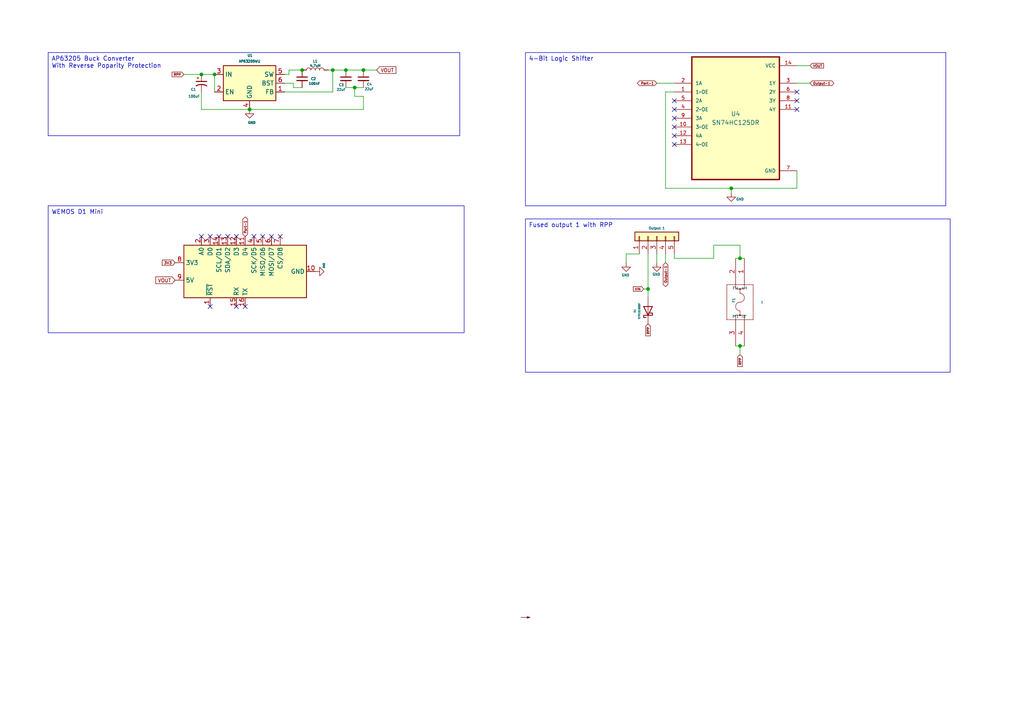
<source format=kicad_sch>
(kicad_sch (version 20230121) (generator eeschema)

  (uuid 02a5f671-3920-440a-b816-d8195eeda907)

  (paper "A4")

  (title_block
    (title "4-Output WT32-ETH01 Combination Board")
    (date "2023-10-20")
    (rev "1")
    (company "Creative xLights")
  )

  (lib_symbols
    (symbol "Connector_Generic:Conn_01x05" (pin_names (offset 1.016) hide) (in_bom yes) (on_board yes)
      (property "Reference" "J" (at 0 7.62 0)
        (effects (font (size 1.27 1.27)))
      )
      (property "Value" "Conn_01x05" (at 0 -7.62 0)
        (effects (font (size 1.27 1.27)))
      )
      (property "Footprint" "" (at 0 0 0)
        (effects (font (size 1.27 1.27)) hide)
      )
      (property "Datasheet" "~" (at 0 0 0)
        (effects (font (size 1.27 1.27)) hide)
      )
      (property "ki_keywords" "connector" (at 0 0 0)
        (effects (font (size 1.27 1.27)) hide)
      )
      (property "ki_description" "Generic connector, single row, 01x05, script generated (kicad-library-utils/schlib/autogen/connector/)" (at 0 0 0)
        (effects (font (size 1.27 1.27)) hide)
      )
      (property "ki_fp_filters" "Connector*:*_1x??_*" (at 0 0 0)
        (effects (font (size 1.27 1.27)) hide)
      )
      (symbol "Conn_01x05_1_1"
        (rectangle (start -1.27 -4.953) (end 0 -5.207)
          (stroke (width 0.1524) (type default))
          (fill (type none))
        )
        (rectangle (start -1.27 -2.413) (end 0 -2.667)
          (stroke (width 0.1524) (type default))
          (fill (type none))
        )
        (rectangle (start -1.27 0.127) (end 0 -0.127)
          (stroke (width 0.1524) (type default))
          (fill (type none))
        )
        (rectangle (start -1.27 2.667) (end 0 2.413)
          (stroke (width 0.1524) (type default))
          (fill (type none))
        )
        (rectangle (start -1.27 5.207) (end 0 4.953)
          (stroke (width 0.1524) (type default))
          (fill (type none))
        )
        (rectangle (start -1.27 6.35) (end 1.27 -6.35)
          (stroke (width 0.254) (type default))
          (fill (type background))
        )
        (pin passive line (at -5.08 5.08 0) (length 3.81)
          (name "Pin_1" (effects (font (size 1.27 1.27))))
          (number "1" (effects (font (size 1.27 1.27))))
        )
        (pin passive line (at -5.08 2.54 0) (length 3.81)
          (name "Pin_2" (effects (font (size 1.27 1.27))))
          (number "2" (effects (font (size 1.27 1.27))))
        )
        (pin passive line (at -5.08 0 0) (length 3.81)
          (name "Pin_3" (effects (font (size 1.27 1.27))))
          (number "3" (effects (font (size 1.27 1.27))))
        )
        (pin passive line (at -5.08 -2.54 0) (length 3.81)
          (name "Pin_4" (effects (font (size 1.27 1.27))))
          (number "4" (effects (font (size 1.27 1.27))))
        )
        (pin passive line (at -5.08 -5.08 0) (length 3.81)
          (name "Pin_5" (effects (font (size 1.27 1.27))))
          (number "5" (effects (font (size 1.27 1.27))))
        )
      )
    )
    (symbol "Device:C_Polarized_Small_US" (pin_numbers hide) (pin_names (offset 0.254) hide) (in_bom yes) (on_board yes)
      (property "Reference" "C" (at 0.254 1.778 0)
        (effects (font (size 1.27 1.27)) (justify left))
      )
      (property "Value" "C_Polarized_Small_US" (at 0.254 -2.032 0)
        (effects (font (size 1.27 1.27)) (justify left))
      )
      (property "Footprint" "" (at 0 0 0)
        (effects (font (size 1.27 1.27)) hide)
      )
      (property "Datasheet" "~" (at 0 0 0)
        (effects (font (size 1.27 1.27)) hide)
      )
      (property "ki_keywords" "cap capacitor" (at 0 0 0)
        (effects (font (size 1.27 1.27)) hide)
      )
      (property "ki_description" "Polarized capacitor, small US symbol" (at 0 0 0)
        (effects (font (size 1.27 1.27)) hide)
      )
      (property "ki_fp_filters" "CP_*" (at 0 0 0)
        (effects (font (size 1.27 1.27)) hide)
      )
      (symbol "C_Polarized_Small_US_0_1"
        (polyline
          (pts
            (xy -1.524 0.508)
            (xy 1.524 0.508)
          )
          (stroke (width 0.3048) (type default))
          (fill (type none))
        )
        (polyline
          (pts
            (xy -1.27 1.524)
            (xy -0.762 1.524)
          )
          (stroke (width 0) (type default))
          (fill (type none))
        )
        (polyline
          (pts
            (xy -1.016 1.27)
            (xy -1.016 1.778)
          )
          (stroke (width 0) (type default))
          (fill (type none))
        )
        (arc (start 1.524 -0.762) (mid 0 -0.3734) (end -1.524 -0.762)
          (stroke (width 0.3048) (type default))
          (fill (type none))
        )
      )
      (symbol "C_Polarized_Small_US_1_1"
        (pin passive line (at 0 2.54 270) (length 2.032)
          (name "~" (effects (font (size 1.27 1.27))))
          (number "1" (effects (font (size 1.27 1.27))))
        )
        (pin passive line (at 0 -2.54 90) (length 2.032)
          (name "~" (effects (font (size 1.27 1.27))))
          (number "2" (effects (font (size 1.27 1.27))))
        )
      )
    )
    (symbol "Device:C_Small" (pin_numbers hide) (pin_names (offset 0.254) hide) (in_bom yes) (on_board yes)
      (property "Reference" "C" (at 0.254 1.778 0)
        (effects (font (size 1.27 1.27)) (justify left))
      )
      (property "Value" "C_Small" (at 0.254 -2.032 0)
        (effects (font (size 1.27 1.27)) (justify left))
      )
      (property "Footprint" "" (at 0 0 0)
        (effects (font (size 1.27 1.27)) hide)
      )
      (property "Datasheet" "~" (at 0 0 0)
        (effects (font (size 1.27 1.27)) hide)
      )
      (property "ki_keywords" "capacitor cap" (at 0 0 0)
        (effects (font (size 1.27 1.27)) hide)
      )
      (property "ki_description" "Unpolarized capacitor, small symbol" (at 0 0 0)
        (effects (font (size 1.27 1.27)) hide)
      )
      (property "ki_fp_filters" "C_*" (at 0 0 0)
        (effects (font (size 1.27 1.27)) hide)
      )
      (symbol "C_Small_0_1"
        (polyline
          (pts
            (xy -1.524 -0.508)
            (xy 1.524 -0.508)
          )
          (stroke (width 0.3302) (type default))
          (fill (type none))
        )
        (polyline
          (pts
            (xy -1.524 0.508)
            (xy 1.524 0.508)
          )
          (stroke (width 0.3048) (type default))
          (fill (type none))
        )
      )
      (symbol "C_Small_1_1"
        (pin passive line (at 0 2.54 270) (length 2.032)
          (name "~" (effects (font (size 1.27 1.27))))
          (number "1" (effects (font (size 1.27 1.27))))
        )
        (pin passive line (at 0 -2.54 90) (length 2.032)
          (name "~" (effects (font (size 1.27 1.27))))
          (number "2" (effects (font (size 1.27 1.27))))
        )
      )
    )
    (symbol "Device:L" (pin_numbers hide) (pin_names (offset 1.016) hide) (in_bom yes) (on_board yes)
      (property "Reference" "L" (at -1.27 0 90)
        (effects (font (size 1.27 1.27)))
      )
      (property "Value" "L" (at 1.905 0 90)
        (effects (font (size 1.27 1.27)))
      )
      (property "Footprint" "" (at 0 0 0)
        (effects (font (size 1.27 1.27)) hide)
      )
      (property "Datasheet" "~" (at 0 0 0)
        (effects (font (size 1.27 1.27)) hide)
      )
      (property "ki_keywords" "inductor choke coil reactor magnetic" (at 0 0 0)
        (effects (font (size 1.27 1.27)) hide)
      )
      (property "ki_description" "Inductor" (at 0 0 0)
        (effects (font (size 1.27 1.27)) hide)
      )
      (property "ki_fp_filters" "Choke_* *Coil* Inductor_* L_*" (at 0 0 0)
        (effects (font (size 1.27 1.27)) hide)
      )
      (symbol "L_0_1"
        (arc (start 0 -2.54) (mid 0.6323 -1.905) (end 0 -1.27)
          (stroke (width 0) (type default))
          (fill (type none))
        )
        (arc (start 0 -1.27) (mid 0.6323 -0.635) (end 0 0)
          (stroke (width 0) (type default))
          (fill (type none))
        )
        (arc (start 0 0) (mid 0.6323 0.635) (end 0 1.27)
          (stroke (width 0) (type default))
          (fill (type none))
        )
        (arc (start 0 1.27) (mid 0.6323 1.905) (end 0 2.54)
          (stroke (width 0) (type default))
          (fill (type none))
        )
      )
      (symbol "L_1_1"
        (pin passive line (at 0 3.81 270) (length 1.27)
          (name "1" (effects (font (size 1.27 1.27))))
          (number "1" (effects (font (size 1.27 1.27))))
        )
        (pin passive line (at 0 -3.81 90) (length 1.27)
          (name "2" (effects (font (size 1.27 1.27))))
          (number "2" (effects (font (size 1.27 1.27))))
        )
      )
    )
    (symbol "Diode:1N5711UR" (pin_numbers hide) (pin_names (offset 1.016) hide) (in_bom yes) (on_board yes)
      (property "Reference" "D" (at 0 2.54 0)
        (effects (font (size 1.27 1.27)))
      )
      (property "Value" "1N5711UR" (at 0 -2.54 0)
        (effects (font (size 1.27 1.27)))
      )
      (property "Footprint" "Diode_SMD:D_MELF" (at 0 -4.445 0)
        (effects (font (size 1.27 1.27)) hide)
      )
      (property "Datasheet" "https://www.microsemi.com/document-portal/doc_download/131890-lds-0040-1-datasheet" (at 0 0 0)
        (effects (font (size 1.27 1.27)) hide)
      )
      (property "ki_keywords" "diode Schottky" (at 0 0 0)
        (effects (font (size 1.27 1.27)) hide)
      )
      (property "ki_description" "70V 33mA Schottky diode, MELF(DO-213AA)" (at 0 0 0)
        (effects (font (size 1.27 1.27)) hide)
      )
      (property "ki_fp_filters" "D?MELF*" (at 0 0 0)
        (effects (font (size 1.27 1.27)) hide)
      )
      (symbol "1N5711UR_0_1"
        (polyline
          (pts
            (xy 1.27 0)
            (xy -1.27 0)
          )
          (stroke (width 0) (type default))
          (fill (type none))
        )
        (polyline
          (pts
            (xy 1.27 1.27)
            (xy 1.27 -1.27)
            (xy -1.27 0)
            (xy 1.27 1.27)
          )
          (stroke (width 0.254) (type default))
          (fill (type none))
        )
        (polyline
          (pts
            (xy -1.905 0.635)
            (xy -1.905 1.27)
            (xy -1.27 1.27)
            (xy -1.27 -1.27)
            (xy -0.635 -1.27)
            (xy -0.635 -0.635)
          )
          (stroke (width 0.254) (type default))
          (fill (type none))
        )
      )
      (symbol "1N5711UR_1_1"
        (pin passive line (at -3.81 0 0) (length 2.54)
          (name "K" (effects (font (size 1.27 1.27))))
          (number "1" (effects (font (size 1.27 1.27))))
        )
        (pin passive line (at 3.81 0 180) (length 2.54)
          (name "A" (effects (font (size 1.27 1.27))))
          (number "2" (effects (font (size 1.27 1.27))))
        )
      )
    )
    (symbol "Graphic:SYM_Arrow_Tiny" (in_bom no) (on_board no)
      (property "Reference" "#SYM" (at 0 1.524 0)
        (effects (font (size 1.27 1.27)) hide)
      )
      (property "Value" "SYM_Arrow_Tiny" (at 0.254 -1.27 0)
        (effects (font (size 1.27 1.27)) hide)
      )
      (property "Footprint" "" (at 0 0 0)
        (effects (font (size 1.27 1.27)) hide)
      )
      (property "Datasheet" "~" (at 0 0 0)
        (effects (font (size 1.27 1.27)) hide)
      )
      (property "Sim.Enable" "0" (at 0 0 0)
        (effects (font (size 1.27 1.27)) hide)
      )
      (property "ki_keywords" "symbol arrow" (at 0 0 0)
        (effects (font (size 1.27 1.27)) hide)
      )
      (property "ki_description" "Filled arrow, 100mil" (at 0 0 0)
        (effects (font (size 1.27 1.27)) hide)
      )
      (symbol "SYM_Arrow_Tiny_0_1"
        (polyline
          (pts
            (xy 1.27 0)
            (xy -1.27 0)
          )
          (stroke (width 0) (type default))
          (fill (type none))
        )
        (polyline
          (pts
            (xy 1.27 0)
            (xy 0.508 -0.254)
            (xy 0.508 0.254)
            (xy 1.27 0)
          )
          (stroke (width 0) (type default))
          (fill (type outline))
        )
      )
    )
    (symbol "MCU_Module:WeMos_D1_mini" (in_bom yes) (on_board yes)
      (property "Reference" "U" (at 3.81 19.05 0)
        (effects (font (size 1.27 1.27)) (justify left))
      )
      (property "Value" "WeMos_D1_mini" (at 1.27 -19.05 0)
        (effects (font (size 1.27 1.27)) (justify left))
      )
      (property "Footprint" "Module:WEMOS_D1_mini_light" (at 0 -29.21 0)
        (effects (font (size 1.27 1.27)) hide)
      )
      (property "Datasheet" "https://wiki.wemos.cc/products:d1:d1_mini#documentation" (at -46.99 -29.21 0)
        (effects (font (size 1.27 1.27)) hide)
      )
      (property "ki_keywords" "ESP8266 WiFi microcontroller ESP8266EX" (at 0 0 0)
        (effects (font (size 1.27 1.27)) hide)
      )
      (property "ki_description" "32-bit microcontroller module with WiFi" (at 0 0 0)
        (effects (font (size 1.27 1.27)) hide)
      )
      (property "ki_fp_filters" "WEMOS*D1*mini*" (at 0 0 0)
        (effects (font (size 1.27 1.27)) hide)
      )
      (symbol "WeMos_D1_mini_1_1"
        (rectangle (start -7.62 17.78) (end 7.62 -17.78)
          (stroke (width 0.254) (type default))
          (fill (type background))
        )
        (pin input line (at -10.16 10.16 0) (length 2.54)
          (name "~{RST}" (effects (font (size 1.27 1.27))))
          (number "1" (effects (font (size 1.27 1.27))))
        )
        (pin power_in line (at 0 -20.32 90) (length 2.54)
          (name "GND" (effects (font (size 1.27 1.27))))
          (number "10" (effects (font (size 1.27 1.27))))
        )
        (pin bidirectional line (at 10.16 0 180) (length 2.54)
          (name "D4" (effects (font (size 1.27 1.27))))
          (number "11" (effects (font (size 1.27 1.27))))
        )
        (pin bidirectional line (at 10.16 2.54 180) (length 2.54)
          (name "D3" (effects (font (size 1.27 1.27))))
          (number "12" (effects (font (size 1.27 1.27))))
        )
        (pin bidirectional line (at 10.16 5.08 180) (length 2.54)
          (name "SDA/D2" (effects (font (size 1.27 1.27))))
          (number "13" (effects (font (size 1.27 1.27))))
        )
        (pin bidirectional line (at 10.16 7.62 180) (length 2.54)
          (name "SCL/D1" (effects (font (size 1.27 1.27))))
          (number "14" (effects (font (size 1.27 1.27))))
        )
        (pin input line (at -10.16 2.54 0) (length 2.54)
          (name "RX" (effects (font (size 1.27 1.27))))
          (number "15" (effects (font (size 1.27 1.27))))
        )
        (pin output line (at -10.16 0 0) (length 2.54)
          (name "TX" (effects (font (size 1.27 1.27))))
          (number "16" (effects (font (size 1.27 1.27))))
        )
        (pin input line (at 10.16 12.7 180) (length 2.54)
          (name "A0" (effects (font (size 1.27 1.27))))
          (number "2" (effects (font (size 1.27 1.27))))
        )
        (pin bidirectional line (at 10.16 10.16 180) (length 2.54)
          (name "D0" (effects (font (size 1.27 1.27))))
          (number "3" (effects (font (size 1.27 1.27))))
        )
        (pin bidirectional line (at 10.16 -2.54 180) (length 2.54)
          (name "SCK/D5" (effects (font (size 1.27 1.27))))
          (number "4" (effects (font (size 1.27 1.27))))
        )
        (pin bidirectional line (at 10.16 -5.08 180) (length 2.54)
          (name "MISO/D6" (effects (font (size 1.27 1.27))))
          (number "5" (effects (font (size 1.27 1.27))))
        )
        (pin bidirectional line (at 10.16 -7.62 180) (length 2.54)
          (name "MOSI/D7" (effects (font (size 1.27 1.27))))
          (number "6" (effects (font (size 1.27 1.27))))
        )
        (pin bidirectional line (at 10.16 -10.16 180) (length 2.54)
          (name "CS/D8" (effects (font (size 1.27 1.27))))
          (number "7" (effects (font (size 1.27 1.27))))
        )
        (pin power_out line (at 2.54 20.32 270) (length 2.54)
          (name "3V3" (effects (font (size 1.27 1.27))))
          (number "8" (effects (font (size 1.27 1.27))))
        )
        (pin power_in line (at -2.54 20.32 270) (length 2.54)
          (name "5V" (effects (font (size 1.27 1.27))))
          (number "9" (effects (font (size 1.27 1.27))))
        )
      )
    )
    (symbol "Regulator_Switching:AP63205WU" (in_bom yes) (on_board yes)
      (property "Reference" "U" (at -7.62 6.35 0)
        (effects (font (size 1.27 1.27)))
      )
      (property "Value" "AP63205WU" (at 2.54 6.35 0)
        (effects (font (size 1.27 1.27)))
      )
      (property "Footprint" "Package_TO_SOT_SMD:TSOT-23-6" (at 0 -22.86 0)
        (effects (font (size 1.27 1.27)) hide)
      )
      (property "Datasheet" "https://www.diodes.com/assets/Datasheets/AP63200-AP63201-AP63203-AP63205.pdf" (at 0 0 0)
        (effects (font (size 1.27 1.27)) hide)
      )
      (property "ki_keywords" "2A Buck DC/DC" (at 0 0 0)
        (effects (font (size 1.27 1.27)) hide)
      )
      (property "ki_description" "2A, 1.1MHz Buck DC/DC Converter, fixed 5.0V output voltage, TSOT-23-6" (at 0 0 0)
        (effects (font (size 1.27 1.27)) hide)
      )
      (property "ki_fp_filters" "TSOT?23*" (at 0 0 0)
        (effects (font (size 1.27 1.27)) hide)
      )
      (symbol "AP63205WU_0_1"
        (rectangle (start -7.62 5.08) (end 7.62 -5.08)
          (stroke (width 0.254) (type default))
          (fill (type background))
        )
      )
      (symbol "AP63205WU_1_1"
        (pin input line (at 10.16 -2.54 180) (length 2.54)
          (name "FB" (effects (font (size 1.27 1.27))))
          (number "1" (effects (font (size 1.27 1.27))))
        )
        (pin input line (at -10.16 -2.54 0) (length 2.54)
          (name "EN" (effects (font (size 1.27 1.27))))
          (number "2" (effects (font (size 1.27 1.27))))
        )
        (pin power_in line (at -10.16 2.54 0) (length 2.54)
          (name "IN" (effects (font (size 1.27 1.27))))
          (number "3" (effects (font (size 1.27 1.27))))
        )
        (pin power_in line (at 0 -7.62 90) (length 2.54)
          (name "GND" (effects (font (size 1.27 1.27))))
          (number "4" (effects (font (size 1.27 1.27))))
        )
        (pin output line (at 10.16 2.54 180) (length 2.54)
          (name "SW" (effects (font (size 1.27 1.27))))
          (number "5" (effects (font (size 1.27 1.27))))
        )
        (pin passive line (at 10.16 0 180) (length 2.54)
          (name "BST" (effects (font (size 1.27 1.27))))
          (number "6" (effects (font (size 1.27 1.27))))
        )
      )
    )
    (symbol "SN74HC125DR:SN74HC125DR" (pin_names (offset 1.016)) (in_bom yes) (on_board yes)
      (property "Reference" "U" (at -12.7 18.78 0)
        (effects (font (size 1.27 1.27)) (justify left bottom))
      )
      (property "Value" "SN74HC125DR" (at -12.7 -21.78 0)
        (effects (font (size 1.27 1.27)) (justify left bottom))
      )
      (property "Footprint" "SN74HC125DR:SOIC127P600X175-14N" (at 0 0 0)
        (effects (font (size 1.27 1.27)) (justify bottom) hide)
      )
      (property "Datasheet" "" (at 0 0 0)
        (effects (font (size 1.27 1.27)) hide)
      )
      (property "MF" "Texas Instruments" (at 0 0 0)
        (effects (font (size 1.27 1.27)) (justify bottom) hide)
      )
      (property "Description" "\n4-ch, 2-V to 6-V buffers with 3-state outputs\n" (at 0 0 0)
        (effects (font (size 1.27 1.27)) (justify bottom) hide)
      )
      (property "Package" "SOIC-14 Texas Instruments" (at 0 0 0)
        (effects (font (size 1.27 1.27)) (justify bottom) hide)
      )
      (property "Price" "None" (at 0 0 0)
        (effects (font (size 1.27 1.27)) (justify bottom) hide)
      )
      (property "SnapEDA_Link" "https://www.snapeda.com/parts/SN74HC125DR/Texas+Instruments/view-part/?ref=snap" (at 0 0 0)
        (effects (font (size 1.27 1.27)) (justify bottom) hide)
      )
      (property "MP" "SN74HC125DR" (at 0 0 0)
        (effects (font (size 1.27 1.27)) (justify bottom) hide)
      )
      (property "Purchase-URL" "https://www.snapeda.com/api/url_track_click_mouser/?unipart_id=361930&manufacturer=Texas Instruments&part_name=SN74HC125DR&search_term=sn74hc125" (at 0 0 0)
        (effects (font (size 1.27 1.27)) (justify bottom) hide)
      )
      (property "Availability" "In Stock" (at 0 0 0)
        (effects (font (size 1.27 1.27)) (justify bottom) hide)
      )
      (property "Check_prices" "https://www.snapeda.com/parts/SN74HC125DR/Texas+Instruments/view-part/?ref=eda" (at 0 0 0)
        (effects (font (size 1.27 1.27)) (justify bottom) hide)
      )
      (symbol "SN74HC125DR_0_0"
        (rectangle (start -12.7 -17.78) (end 12.7 17.78)
          (stroke (width 0.41) (type default))
          (fill (type background))
        )
        (pin input line (at -17.78 7.62 0) (length 5.08)
          (name "1~OE" (effects (font (size 1.016 1.016))))
          (number "1" (effects (font (size 1.016 1.016))))
        )
        (pin input line (at -17.78 -2.54 0) (length 5.08)
          (name "3~OE" (effects (font (size 1.016 1.016))))
          (number "10" (effects (font (size 1.016 1.016))))
        )
        (pin output line (at 17.78 2.54 180) (length 5.08)
          (name "4Y" (effects (font (size 1.016 1.016))))
          (number "11" (effects (font (size 1.016 1.016))))
        )
        (pin input line (at -17.78 -5.08 0) (length 5.08)
          (name "4A" (effects (font (size 1.016 1.016))))
          (number "12" (effects (font (size 1.016 1.016))))
        )
        (pin input line (at -17.78 -7.62 0) (length 5.08)
          (name "4~OE" (effects (font (size 1.016 1.016))))
          (number "13" (effects (font (size 1.016 1.016))))
        )
        (pin power_in line (at 17.78 15.24 180) (length 5.08)
          (name "VCC" (effects (font (size 1.016 1.016))))
          (number "14" (effects (font (size 1.016 1.016))))
        )
        (pin input line (at -17.78 10.16 0) (length 5.08)
          (name "1A" (effects (font (size 1.016 1.016))))
          (number "2" (effects (font (size 1.016 1.016))))
        )
        (pin output line (at 17.78 10.16 180) (length 5.08)
          (name "1Y" (effects (font (size 1.016 1.016))))
          (number "3" (effects (font (size 1.016 1.016))))
        )
        (pin input line (at -17.78 2.54 0) (length 5.08)
          (name "2~OE" (effects (font (size 1.016 1.016))))
          (number "4" (effects (font (size 1.016 1.016))))
        )
        (pin input line (at -17.78 5.08 0) (length 5.08)
          (name "2A" (effects (font (size 1.016 1.016))))
          (number "5" (effects (font (size 1.016 1.016))))
        )
        (pin output line (at 17.78 7.62 180) (length 5.08)
          (name "2Y" (effects (font (size 1.016 1.016))))
          (number "6" (effects (font (size 1.016 1.016))))
        )
        (pin power_in line (at 17.78 -15.24 180) (length 5.08)
          (name "GND" (effects (font (size 1.016 1.016))))
          (number "7" (effects (font (size 1.016 1.016))))
        )
        (pin output line (at 17.78 5.08 180) (length 5.08)
          (name "3Y" (effects (font (size 1.016 1.016))))
          (number "8" (effects (font (size 1.016 1.016))))
        )
        (pin input line (at -17.78 0 0) (length 5.08)
          (name "3A" (effects (font (size 1.016 1.016))))
          (number "9" (effects (font (size 1.016 1.016))))
        )
      )
    )
    (symbol "WT32-ETH-Fuse-Symb:MCCQ-122" (pin_names (offset 0.254)) (in_bom yes) (on_board yes)
      (property "Reference" "F" (at 12.7 7.62 0)
        (effects (font (size 1.524 1.524)))
      )
      (property "Value" "MCCQ-122" (at 12.7 5.08 0)
        (effects (font (size 1.524 1.524)))
      )
      (property "Footprint" "MCCQ-122_MTC" (at 0 0 0)
        (effects (font (size 1.27 1.27) italic) hide)
      )
      (property "Datasheet" "MCCQ-122" (at 0 0 0)
        (effects (font (size 1.27 1.27) italic) hide)
      )
      (property "ki_locked" "" (at 0 0 0)
        (effects (font (size 1.27 1.27)))
      )
      (property "ki_keywords" "MCCQ-122" (at 0 0 0)
        (effects (font (size 1.27 1.27)) hide)
      )
      (property "ki_fp_filters" "MCCQ-122_MTC" (at 0 0 0)
        (effects (font (size 1.27 1.27)) hide)
      )
      (symbol "MCCQ-122_0_1"
        (polyline
          (pts
            (xy 7.62 -5.08)
            (xy 17.78 -5.08)
          )
          (stroke (width 0.127) (type default))
          (fill (type none))
        )
        (polyline
          (pts
            (xy 7.62 -2.54)
            (xy 8.89 -2.54)
          )
          (stroke (width 0.127) (type default))
          (fill (type none))
        )
        (polyline
          (pts
            (xy 7.62 0)
            (xy 8.89 0)
          )
          (stroke (width 0.127) (type default))
          (fill (type none))
        )
        (polyline
          (pts
            (xy 7.62 2.54)
            (xy 7.62 -5.08)
          )
          (stroke (width 0.127) (type default))
          (fill (type none))
        )
        (polyline
          (pts
            (xy 8.89 -1.27)
            (xy 10.16 -1.27)
          )
          (stroke (width 0.127) (type default))
          (fill (type none))
        )
        (polyline
          (pts
            (xy 8.89 0)
            (xy 8.89 -2.54)
          )
          (stroke (width 0.127) (type default))
          (fill (type none))
        )
        (polyline
          (pts
            (xy 15.24 -1.27)
            (xy 16.51 -1.27)
          )
          (stroke (width 0.127) (type default))
          (fill (type none))
        )
        (polyline
          (pts
            (xy 16.51 -2.54)
            (xy 16.51 0)
          )
          (stroke (width 0.127) (type default))
          (fill (type none))
        )
        (polyline
          (pts
            (xy 16.51 0)
            (xy 17.78 0)
          )
          (stroke (width 0.127) (type default))
          (fill (type none))
        )
        (polyline
          (pts
            (xy 17.78 -5.08)
            (xy 17.78 2.54)
          )
          (stroke (width 0.127) (type default))
          (fill (type none))
        )
        (polyline
          (pts
            (xy 17.78 -2.54)
            (xy 16.51 -2.54)
          )
          (stroke (width 0.127) (type default))
          (fill (type none))
        )
        (polyline
          (pts
            (xy 17.78 2.54)
            (xy 7.62 2.54)
          )
          (stroke (width 0.127) (type default))
          (fill (type none))
        )
        (circle (center 8.89 -1.27) (radius 0.127)
          (stroke (width 0.254) (type default))
          (fill (type none))
        )
        (arc (start 12.7 -1.27) (mid 11.43 -0.0055) (end 10.16 -1.27)
          (stroke (width 0.127) (type default))
          (fill (type none))
        )
        (arc (start 12.7 -1.27) (mid 13.97 -2.5345) (end 15.24 -1.27)
          (stroke (width 0.127) (type default))
          (fill (type none))
        )
        (circle (center 16.51 -1.27) (radius 0.127)
          (stroke (width 0.254) (type default))
          (fill (type none))
        )
        (pin unspecified line (at 0 0 0) (length 7.62)
          (name "1" (effects (font (size 1.27 1.27))))
          (number "1" (effects (font (size 1.27 1.27))))
        )
        (pin unspecified line (at 0 -2.54 0) (length 7.62)
          (name "2" (effects (font (size 1.27 1.27))))
          (number "2" (effects (font (size 1.27 1.27))))
        )
        (pin unspecified line (at 25.4 -2.54 180) (length 7.62)
          (name "3" (effects (font (size 1.27 1.27))))
          (number "3" (effects (font (size 1.27 1.27))))
        )
        (pin unspecified line (at 25.4 0 180) (length 7.62)
          (name "4" (effects (font (size 1.27 1.27))))
          (number "4" (effects (font (size 1.27 1.27))))
        )
      )
    )
    (symbol "power:GND" (power) (pin_names (offset 0)) (in_bom yes) (on_board yes)
      (property "Reference" "#PWR" (at 0 -6.35 0)
        (effects (font (size 1.27 1.27)) hide)
      )
      (property "Value" "GND" (at 0 -3.81 0)
        (effects (font (size 1.27 1.27)))
      )
      (property "Footprint" "" (at 0 0 0)
        (effects (font (size 1.27 1.27)) hide)
      )
      (property "Datasheet" "" (at 0 0 0)
        (effects (font (size 1.27 1.27)) hide)
      )
      (property "ki_keywords" "global power" (at 0 0 0)
        (effects (font (size 1.27 1.27)) hide)
      )
      (property "ki_description" "Power symbol creates a global label with name \"GND\" , ground" (at 0 0 0)
        (effects (font (size 1.27 1.27)) hide)
      )
      (symbol "GND_0_1"
        (polyline
          (pts
            (xy 0 0)
            (xy 0 -1.27)
            (xy 1.27 -1.27)
            (xy 0 -2.54)
            (xy -1.27 -1.27)
            (xy 0 -1.27)
          )
          (stroke (width 0) (type default))
          (fill (type none))
        )
      )
      (symbol "GND_1_1"
        (pin power_in line (at 0 0 270) (length 0) hide
          (name "GND" (effects (font (size 1.27 1.27))))
          (number "1" (effects (font (size 1.27 1.27))))
        )
      )
    )
  )

  (junction (at 214.63 100.33) (diameter 0) (color 0 0 0 0)
    (uuid 07f5e51c-3569-4936-a5e6-8c360f394c79)
  )
  (junction (at 105.41 20.32) (diameter 0) (color 0 0 0 0)
    (uuid 41639b0b-4720-4a04-bebf-3bb4f258b192)
  )
  (junction (at 96.52 20.32) (diameter 0) (color 0 0 0 0)
    (uuid 5890c7ed-9f0e-4302-90cb-13ee9ab0fdee)
  )
  (junction (at 72.39 31.75) (diameter 0) (color 0 0 0 0)
    (uuid 5d6f1931-3f66-4822-9758-392724ed1c68)
  )
  (junction (at 214.63 74.93) (diameter 0) (color 0 0 0 0)
    (uuid 7243e8ae-96d2-46ea-9d27-7e3a6486ae8f)
  )
  (junction (at 62.23 21.59) (diameter 0) (color 0 0 0 0)
    (uuid 8050c9c8-ee4a-4616-a4ca-2b177b2bf209)
  )
  (junction (at 212.09 54.61) (diameter 0) (color 0 0 0 0)
    (uuid 99be7136-879b-4c05-8fcb-6cc0ddf33265)
  )
  (junction (at 58.42 21.59) (diameter 0) (color 0 0 0 0)
    (uuid afa761b8-5b6f-4d06-8f8a-59fa488310b8)
  )
  (junction (at 187.96 83.82) (diameter 0) (color 0 0 0 0)
    (uuid ba14cd16-4186-4e3d-8a1f-67a790507e04)
  )
  (junction (at 87.63 20.32) (diameter 0) (color 0 0 0 0)
    (uuid bf1f799c-a91d-4a67-900b-5cdf5ba258ff)
  )
  (junction (at 102.87 25.4) (diameter 0) (color 0 0 0 0)
    (uuid cd6ccb9b-b9f9-4a8b-9423-e92b4ecb4212)
  )
  (junction (at 100.33 20.32) (diameter 0) (color 0 0 0 0)
    (uuid f23c25e7-5454-43ec-b784-51ee50624936)
  )

  (no_connect (at 60.96 68.58) (uuid 0d6050c9-7f30-43e3-9c17-4c52bb3fd2bd))
  (no_connect (at 195.58 29.21) (uuid 180063a5-7194-4312-b717-d40132667a8c))
  (no_connect (at 60.96 88.9) (uuid 1f548f08-074f-4aab-805b-1da93c46e021))
  (no_connect (at 195.58 39.37) (uuid 5b47be5d-dd1d-4996-af0e-68899ad0363a))
  (no_connect (at 81.28 68.58) (uuid 612c817c-7ac9-4fa1-b8ff-3e9f4c4c14b0))
  (no_connect (at 195.58 41.91) (uuid 61b03e7f-222b-480d-bfad-c27873764041))
  (no_connect (at 68.58 68.58) (uuid 6a4a359a-4a18-485f-ba65-816c0ecb8be9))
  (no_connect (at 58.42 68.58) (uuid 6fd7b6c2-cfbf-4ecf-ac4b-cc13f5a7a74f))
  (no_connect (at 195.58 36.83) (uuid 71d73e01-1a90-49ab-9a68-52e97f9b8eb9))
  (no_connect (at 231.14 31.75) (uuid 765c961c-7c5d-4036-a292-559ac7a3c193))
  (no_connect (at 195.58 31.75) (uuid 81fe4db3-3e46-4d7f-b792-e0a46633c76c))
  (no_connect (at 71.12 88.9) (uuid 85fa5b45-263b-4947-a179-099276ec5248))
  (no_connect (at 73.66 68.58) (uuid a1840273-2465-4383-b6c9-d459dfce1520))
  (no_connect (at 68.58 88.9) (uuid ad7af320-d6f0-4ae7-8cec-e7fb0ad82521))
  (no_connect (at 231.14 26.67) (uuid b8d2f5c8-251a-47b1-afd4-6220ff116e26))
  (no_connect (at 195.58 34.29) (uuid ba42f170-adc9-4b5b-b0fe-c11449a52a7a))
  (no_connect (at 76.2 68.58) (uuid c30e47a5-a552-4baf-b30b-b455b49c8012))
  (no_connect (at 63.5 68.58) (uuid db755dd0-cf90-4e28-a8c0-7d5c1e876b7b))
  (no_connect (at 66.04 68.58) (uuid e6b81df0-d50f-4f45-8fad-dbf01d83dac1))
  (no_connect (at 78.74 68.58) (uuid f427fdd6-f658-4a5d-a4b9-696fc9b7e127))
  (no_connect (at 231.14 29.21) (uuid f6cba46a-3bcf-4418-a9d0-e3d1dc7d33df))

  (wire (pts (xy 190.5 73.66) (xy 190.5 76.2))
    (stroke (width 0) (type default))
    (uuid 018beb7a-5624-41a9-b0f6-30bd7da0544e)
  )
  (wire (pts (xy 195.58 73.66) (xy 195.58 74.93))
    (stroke (width 0) (type default))
    (uuid 0387b39b-b22c-414a-bbdf-338ea9c19d9a)
  )
  (wire (pts (xy 82.55 24.13) (xy 85.09 24.13))
    (stroke (width 0) (type default))
    (uuid 04fe9471-c3b0-47ce-8934-916452d19017)
  )
  (wire (pts (xy 85.09 24.13) (xy 85.09 25.4))
    (stroke (width 0) (type default))
    (uuid 07f129fe-67a6-456f-8678-58d7bd38c7c2)
  )
  (wire (pts (xy 185.42 73.66) (xy 181.61 73.66))
    (stroke (width 0) (type default))
    (uuid 1833a9c1-14ea-4629-98f6-1bbb11346508)
  )
  (wire (pts (xy 231.14 24.13) (xy 234.95 24.13))
    (stroke (width 0) (type default))
    (uuid 188f9771-95a2-4f9d-8cf8-0a788e101316)
  )
  (wire (pts (xy 102.87 25.4) (xy 105.41 25.4))
    (stroke (width 0) (type default))
    (uuid 1fb61779-1b7f-49ae-9f5a-78aafe0cb3a2)
  )
  (wire (pts (xy 231.14 49.53) (xy 231.14 54.61))
    (stroke (width 0) (type default))
    (uuid 234c0919-76bf-4333-b646-76f66828add3)
  )
  (wire (pts (xy 195.58 74.93) (xy 207.01 74.93))
    (stroke (width 0) (type default))
    (uuid 25b44c7a-0d38-4733-ad98-313ec5edc1cc)
  )
  (wire (pts (xy 105.41 20.32) (xy 109.22 20.32))
    (stroke (width 0) (type default))
    (uuid 28e5d5d3-d061-496c-8cb2-3b5d5caaa530)
  )
  (wire (pts (xy 213.36 74.93) (xy 214.63 74.93))
    (stroke (width 0) (type default))
    (uuid 34b659eb-94eb-4336-a35f-086fe47b5d00)
  )
  (wire (pts (xy 96.52 20.32) (xy 100.33 20.32))
    (stroke (width 0) (type default))
    (uuid 36ff26ad-926e-49a7-8731-47482eb55bbc)
  )
  (wire (pts (xy 53.34 21.59) (xy 58.42 21.59))
    (stroke (width 0) (type default))
    (uuid 3cc16e06-abec-4140-853c-550966b17e15)
  )
  (wire (pts (xy 186.69 83.82) (xy 187.96 83.82))
    (stroke (width 0) (type default))
    (uuid 3dc6064f-f82b-4bec-8bcc-7910f3ba09fa)
  )
  (wire (pts (xy 212.09 54.61) (xy 212.09 55.88))
    (stroke (width 0) (type default))
    (uuid 3ff7265c-fbd7-44d3-95e6-043db9e36341)
  )
  (wire (pts (xy 72.39 31.75) (xy 105.41 31.75))
    (stroke (width 0) (type default))
    (uuid 40947892-d29d-4e8a-af77-0cf384d87b29)
  )
  (wire (pts (xy 58.42 26.67) (xy 58.42 31.75))
    (stroke (width 0) (type default))
    (uuid 44fd1298-ee26-47d5-a304-e7faa1272b3a)
  )
  (wire (pts (xy 181.61 73.66) (xy 181.61 76.2))
    (stroke (width 0) (type default))
    (uuid 51886abf-40c9-401d-a313-59f1c8fdd102)
  )
  (wire (pts (xy 231.14 19.05) (xy 234.95 19.05))
    (stroke (width 0) (type default))
    (uuid 56217c5c-406e-4ebc-8377-f3ee7f84f94c)
  )
  (wire (pts (xy 190.5 24.13) (xy 195.58 24.13))
    (stroke (width 0) (type default))
    (uuid 5ed39baa-7c90-46b5-869b-5ac14ae4ff84)
  )
  (wire (pts (xy 100.33 25.4) (xy 102.87 25.4))
    (stroke (width 0) (type default))
    (uuid 6285ba1a-fec4-46e8-9218-e1e9965b7300)
  )
  (wire (pts (xy 214.63 74.93) (xy 215.9 74.93))
    (stroke (width 0) (type default))
    (uuid 63a2ebb9-d6e5-45b9-8137-f5e3669f3176)
  )
  (wire (pts (xy 83.82 21.59) (xy 83.82 20.32))
    (stroke (width 0) (type default))
    (uuid 662c7611-d6e3-418a-9760-097be0c41b3e)
  )
  (wire (pts (xy 102.87 27.94) (xy 105.41 27.94))
    (stroke (width 0) (type default))
    (uuid 687658de-a664-4cee-9c6b-deb4b73bce76)
  )
  (wire (pts (xy 82.55 26.67) (xy 96.52 26.67))
    (stroke (width 0) (type default))
    (uuid 6cb42a4f-3ba2-41f7-87d1-3826b06c9241)
  )
  (wire (pts (xy 214.63 71.12) (xy 214.63 74.93))
    (stroke (width 0) (type default))
    (uuid 6cc7346d-e75b-4fa2-a740-b4ff329e2712)
  )
  (wire (pts (xy 207.01 74.93) (xy 207.01 71.12))
    (stroke (width 0) (type default))
    (uuid 71350395-61f3-4ec5-9b95-16f5f8a82138)
  )
  (wire (pts (xy 105.41 31.75) (xy 105.41 27.94))
    (stroke (width 0) (type default))
    (uuid 769c5aa7-3e91-4ad7-8617-12208b4ad22e)
  )
  (wire (pts (xy 82.55 21.59) (xy 83.82 21.59))
    (stroke (width 0) (type default))
    (uuid 7841c661-18d7-4453-9bc0-07ab69b48ae0)
  )
  (wire (pts (xy 95.25 20.32) (xy 96.52 20.32))
    (stroke (width 0) (type default))
    (uuid 79d00bf3-3011-491c-ae89-45b4803af612)
  )
  (wire (pts (xy 187.96 83.82) (xy 187.96 86.36))
    (stroke (width 0) (type default))
    (uuid 7de00652-c7c6-4de0-9991-7f462875268e)
  )
  (wire (pts (xy 100.33 20.32) (xy 105.41 20.32))
    (stroke (width 0) (type default))
    (uuid 880906a9-eace-4241-8a1d-2ec0c86ce3d0)
  )
  (wire (pts (xy 58.42 21.59) (xy 62.23 21.59))
    (stroke (width 0) (type default))
    (uuid 89c817dd-197f-4fda-9d67-69c45486b98b)
  )
  (wire (pts (xy 214.63 100.33) (xy 215.9 100.33))
    (stroke (width 0) (type default))
    (uuid 91a2089f-5862-4355-89e5-109dd964652b)
  )
  (wire (pts (xy 193.04 54.61) (xy 212.09 54.61))
    (stroke (width 0) (type default))
    (uuid 99021744-f071-4962-85f0-bf10aca45a1c)
  )
  (wire (pts (xy 85.09 25.4) (xy 87.63 25.4))
    (stroke (width 0) (type default))
    (uuid 9c89600e-e123-4ce8-8c92-384ed5d8c510)
  )
  (wire (pts (xy 193.04 73.66) (xy 193.04 76.2))
    (stroke (width 0) (type default))
    (uuid 9f86abcd-2126-4f13-86b0-306bea1ae65b)
  )
  (wire (pts (xy 187.96 73.66) (xy 187.96 83.82))
    (stroke (width 0) (type default))
    (uuid a0f60237-0561-4fe7-b5b9-03359e78838d)
  )
  (wire (pts (xy 207.01 71.12) (xy 214.63 71.12))
    (stroke (width 0) (type default))
    (uuid bd435111-2ab9-483c-87c3-75e17480a501)
  )
  (wire (pts (xy 58.42 31.75) (xy 72.39 31.75))
    (stroke (width 0) (type default))
    (uuid be78eb39-b556-45e3-b673-3c83ff941a74)
  )
  (wire (pts (xy 212.09 54.61) (xy 231.14 54.61))
    (stroke (width 0) (type default))
    (uuid cc2f3471-6cd8-4045-a0fa-6f9a35c485c9)
  )
  (wire (pts (xy 62.23 21.59) (xy 62.23 26.67))
    (stroke (width 0) (type default))
    (uuid d20f42b0-5747-43e9-8ceb-c3faa8ede5f0)
  )
  (wire (pts (xy 195.58 26.67) (xy 193.04 26.67))
    (stroke (width 0) (type default))
    (uuid d2a4ecc8-04c2-422c-a3a9-dfffda4602c3)
  )
  (wire (pts (xy 83.82 20.32) (xy 87.63 20.32))
    (stroke (width 0) (type default))
    (uuid d4c88c78-96ba-4a1b-a0d8-47ad7f929939)
  )
  (wire (pts (xy 96.52 26.67) (xy 96.52 20.32))
    (stroke (width 0) (type default))
    (uuid d6a68b54-87bd-457f-af1b-2cfe5458ac3b)
  )
  (wire (pts (xy 193.04 26.67) (xy 193.04 54.61))
    (stroke (width 0) (type default))
    (uuid e2f2ae8f-dc7e-4192-87a3-2ae4f504f4ee)
  )
  (wire (pts (xy 214.63 100.33) (xy 214.63 102.87))
    (stroke (width 0) (type default))
    (uuid e37ffa8d-fed8-4e6a-9fd5-a517c21a3680)
  )
  (wire (pts (xy 102.87 27.94) (xy 102.87 25.4))
    (stroke (width 0) (type default))
    (uuid f0bab70a-cdcc-48c7-9469-65df79c5a024)
  )
  (wire (pts (xy 213.36 100.33) (xy 214.63 100.33))
    (stroke (width 0) (type default))
    (uuid f9443f23-44db-4e32-ab0b-f07a3c7b260f)
  )

  (text_box "AP63205 Buck Converter\nWith Reverse Poparity Protection"
    (at 13.97 15.24 0) (size 119.38 24.13)
    (stroke (width 0) (type default))
    (fill (type none))
    (effects (font (size 1.27 1.27)) (justify left top))
    (uuid 2286f7e1-157e-4bcc-b121-381a0be7819d)
  )
  (text_box "4-Bit Logic Shifter"
    (at 152.4 15.24 0) (size 121.92 44.45)
    (stroke (width 0) (type default))
    (fill (type none))
    (effects (font (size 1.27 1.27)) (justify left top))
    (uuid 4041610c-ec8a-40b4-a6d5-3d578b2529a5)
  )
  (text_box "WEMOS D1 Mini"
    (at 13.97 59.69 0) (size 120.65 36.83)
    (stroke (width 0) (type default))
    (fill (type none))
    (effects (font (size 1.27 1.27)) (justify left top))
    (uuid 7affe8a1-e3c3-4089-9a81-822bd75583ef)
  )
  (text_box "Fused output 1 with RPP"
    (at 152.4 63.5 0) (size 123.19 44.45)
    (stroke (width 0) (type default))
    (fill (type none))
    (effects (font (size 1.27 1.27)) (justify left top))
    (uuid 836cc8f4-8507-4287-8f2f-ca7ff894ccdc)
  )

  (global_label "3V3" (shape input) (at 50.8 76.2 180) (fields_autoplaced)
    (effects (font (size 0.8 0.8)) (justify right))
    (uuid 0e28bac1-72c2-447e-a9d7-21c2013f4567)
    (property "Intersheetrefs" "${INTERSHEET_REFS}" (at 46.7102 76.2 0)
      (effects (font (size 1.27 1.27)) (justify right) hide)
    )
  )
  (global_label "RPP" (shape input) (at 53.34 21.59 180) (fields_autoplaced)
    (effects (font (size 0.7 0.7)) (justify right))
    (uuid 3b1765ba-dd74-4ce5-b41f-556e54773dd0)
    (property "Intersheetrefs" "${INTERSHEET_REFS}" (at 49.5947 21.59 0)
      (effects (font (size 1.27 1.27)) (justify right) hide)
    )
  )
  (global_label "VOUT" (shape input) (at 50.8 81.28 180) (fields_autoplaced)
    (effects (font (size 1 1)) (justify right))
    (uuid 50579afb-b3ef-4254-b115-4e2493f8b4c2)
    (property "Intersheetrefs" "${INTERSHEET_REFS}" (at 44.7355 81.28 0)
      (effects (font (size 1.27 1.27)) (justify right) hide)
    )
  )
  (global_label "RPP" (shape input) (at 214.63 102.87 270) (fields_autoplaced)
    (effects (font (size 0.7 0.7)) (justify right))
    (uuid 70d9af73-8f92-4d37-9925-e967bd8eebb3)
    (property "Intersheetrefs" "${INTERSHEET_REFS}" (at 214.63 106.6153 90)
      (effects (font (size 1.27 1.27)) (justify right) hide)
    )
  )
  (global_label "VIN" (shape input) (at 186.69 83.82 180) (fields_autoplaced)
    (effects (font (size 0.7 0.7)) (justify right))
    (uuid 804a2509-5a78-4bb8-b04a-13779390f0d6)
    (property "Intersheetrefs" "${INTERSHEET_REFS}" (at 183.3781 83.82 0)
      (effects (font (size 1.27 1.27)) (justify right) hide)
    )
  )
  (global_label "Output-1" (shape bidirectional) (at 234.95 24.13 0) (fields_autoplaced)
    (effects (font (size 0.7 0.7)) (justify left))
    (uuid 8bfbcf9b-e9d3-4d09-8b35-be9c94e47918)
    (property "Intersheetrefs" "${INTERSHEET_REFS}" (at 242.1744 24.13 0)
      (effects (font (size 1.27 1.27)) (justify left) hide)
    )
  )
  (global_label "VOUT" (shape input) (at 234.95 19.05 0) (fields_autoplaced)
    (effects (font (size 0.7 0.7)) (justify left))
    (uuid 943ef1c9-1659-4915-a85a-7ab1ba687c80)
    (property "Intersheetrefs" "${INTERSHEET_REFS}" (at 239.1952 19.05 0)
      (effects (font (size 1.27 1.27)) (justify left) hide)
    )
  )
  (global_label "Port-1" (shape bidirectional) (at 190.5 24.13 180) (fields_autoplaced)
    (effects (font (size 0.7 0.7)) (justify right))
    (uuid a55acfd3-6d5f-4a40-9a34-27a19a7f7931)
    (property "Intersheetrefs" "${INTERSHEET_REFS}" (at 184.5422 24.13 0)
      (effects (font (size 1.27 1.27)) (justify right) hide)
    )
  )
  (global_label "Output-1" (shape bidirectional) (at 193.04 76.2 270) (fields_autoplaced)
    (effects (font (size 0.7 0.7)) (justify right))
    (uuid c2484c60-b362-423f-b614-47054e708385)
    (property "Intersheetrefs" "${INTERSHEET_REFS}" (at 193.04 83.4244 90)
      (effects (font (size 1.27 1.27)) (justify right) hide)
    )
  )
  (global_label "RPP" (shape input) (at 187.96 93.98 270) (fields_autoplaced)
    (effects (font (size 0.7 0.7)) (justify right))
    (uuid d5b72958-0662-40b0-8b12-f2edfe16efb7)
    (property "Intersheetrefs" "${INTERSHEET_REFS}" (at 187.96 97.7253 90)
      (effects (font (size 1.27 1.27)) (justify right) hide)
    )
  )
  (global_label "VOUT" (shape input) (at 109.22 20.32 0) (fields_autoplaced)
    (effects (font (size 1 1)) (justify left))
    (uuid e843ae76-0038-452b-bb1f-cb21c5224872)
    (property "Intersheetrefs" "${INTERSHEET_REFS}" (at 115.2845 20.32 0)
      (effects (font (size 1.27 1.27)) (justify left) hide)
    )
  )
  (global_label "Port-1" (shape bidirectional) (at 71.12 68.58 90) (fields_autoplaced)
    (effects (font (size 0.7 0.7)) (justify left))
    (uuid f1414112-dd7c-4572-a7e8-f886cb1031dc)
    (property "Intersheetrefs" "${INTERSHEET_REFS}" (at 71.12 62.6222 90)
      (effects (font (size 1.27 1.27)) (justify left) hide)
    )
  )

  (symbol (lib_id "Diode:1N5711UR") (at 187.96 90.17 90) (unit 1)
    (in_bom yes) (on_board yes) (dnp no)
    (uuid 0b857476-186e-4233-a75e-15c6ab589ad9)
    (property "Reference" "D1" (at 184.15 90.17 0)
      (effects (font (size 0.5 0.5)))
    )
    (property "Value" "STR10100BF" (at 185.42 90.17 0)
      (effects (font (size 0.5 0.5)))
    )
    (property "Footprint" "Diode_SMD:D_SMB_Handsoldering" (at 192.405 90.17 0)
      (effects (font (size 1.27 1.27)) hide)
    )
    (property "Datasheet" "https://www.microsemi.com/document-portal/doc_download/131890-lds-0040-1-datasheet" (at 187.96 90.17 0)
      (effects (font (size 1.27 1.27)) hide)
    )
    (pin "1" (uuid 91b143dd-d60a-40a4-9b8a-370b9eb1f4bc))
    (pin "2" (uuid cc3fb2da-9e9b-4546-b007-37ed0b35b07e))
    (instances
      (project "ESPixel-MultiVolt-xLight-Rev-1"
        (path "/02a5f671-3920-440a-b816-d8195eeda907"
          (reference "D1") (unit 1)
        )
      )
    )
  )

  (symbol (lib_id "power:GND") (at 72.39 31.75 0) (unit 1)
    (in_bom yes) (on_board yes) (dnp no)
    (uuid 11b5d8bb-5a17-4579-ad18-4fbacb84382c)
    (property "Reference" "#PWR01" (at 72.39 38.1 0)
      (effects (font (size 1.27 1.27)) hide)
    )
    (property "Value" "GND" (at 73.025 35.56 0)
      (effects (font (size 0.7 0.7)))
    )
    (property "Footprint" "" (at 72.39 31.75 0)
      (effects (font (size 1.27 1.27)) hide)
    )
    (property "Datasheet" "" (at 72.39 31.75 0)
      (effects (font (size 1.27 1.27)) hide)
    )
    (pin "1" (uuid 62f31870-38f4-420a-9ca8-d781937f7553))
    (instances
      (project "ESPixel-MultiVolt-xLight-Rev-1"
        (path "/02a5f671-3920-440a-b816-d8195eeda907"
          (reference "#PWR01") (unit 1)
        )
      )
      (project "Buck-Conv-With-RPP"
        (path "/4ab011e7-afb7-41a6-be55-53aad6df2158"
          (reference "#PWR01") (unit 1)
        )
      )
      (project "2-P-WT32-AP63205-CH340C-No-Fuse-Rev-1"
        (path "/52a803d6-6233-4c43-9f28-ec924c341592"
          (reference "#PWR02") (unit 1)
        )
      )
    )
  )

  (symbol (lib_id "Device:C_Small") (at 87.63 22.86 0) (unit 1)
    (in_bom yes) (on_board yes) (dnp no)
    (uuid 27975642-9b9e-4bc1-9fc8-6ad3d3daa463)
    (property "Reference" "C2" (at 90.17 22.86 0)
      (effects (font (size 0.7 0.7)) (justify left))
    )
    (property "Value" "100nF" (at 89.5102 24.2347 0)
      (effects (font (size 0.7 0.7)) (justify left))
    )
    (property "Footprint" "Capacitor_SMD:C_0805_2012Metric_Pad1.18x1.45mm_HandSolder" (at 87.63 22.86 0)
      (effects (font (size 1.27 1.27)) hide)
    )
    (property "Datasheet" "~" (at 87.63 22.86 0)
      (effects (font (size 1.27 1.27)) hide)
    )
    (pin "1" (uuid 6519fbfd-37ba-4305-aefb-954b9eee130a))
    (pin "2" (uuid 31f41d7e-6033-4fe3-86a3-7a22583a41eb))
    (instances
      (project "ESPixel-MultiVolt-xLight-Rev-1"
        (path "/02a5f671-3920-440a-b816-d8195eeda907"
          (reference "C2") (unit 1)
        )
      )
      (project "Buck-Conv-With-RPP"
        (path "/4ab011e7-afb7-41a6-be55-53aad6df2158"
          (reference "C2") (unit 1)
        )
      )
      (project "2-P-WT32-AP63205-CH340C-No-Fuse-Rev-1"
        (path "/52a803d6-6233-4c43-9f28-ec924c341592"
          (reference "C2") (unit 1)
        )
      )
    )
  )

  (symbol (lib_id "Connector_Generic:Conn_01x05") (at 190.5 68.58 90) (unit 1)
    (in_bom yes) (on_board yes) (dnp no)
    (uuid 4bfdfd74-c7d0-494f-b301-299acc0e428d)
    (property "Reference" "JST1" (at 190.4999 66.04 0)
      (effects (font (size 1.27 1.27)) (justify left) hide)
    )
    (property "Value" "Output 1" (at 192.8657 66.1921 90)
      (effects (font (size 0.7 0.7)) (justify left))
    )
    (property "Footprint" "TerminalBlock_Phoenix:TerminalBlock_Phoenix_MKDS-1,5-5-5.08_1x05_P5.08mm_Horizontal" (at 190.5 68.58 0)
      (effects (font (size 1.27 1.27)) hide)
    )
    (property "Datasheet" "~" (at 190.5 68.58 0)
      (effects (font (size 1.27 1.27)) hide)
    )
    (pin "1" (uuid 2c60ec3f-f6a0-496f-96af-184a55f81d65))
    (pin "2" (uuid 3a70d970-c8d3-4edd-aa85-d07582386c18))
    (pin "3" (uuid f640b151-a38d-42f9-8648-7f56ff606f48))
    (pin "5" (uuid de6aa747-4946-4ff8-962f-784ce0abf160))
    (pin "4" (uuid 66892165-103b-4350-83ed-5d217a3e8219))
    (instances
      (project "ESPixel-MultiVolt-xLight-Rev-1"
        (path "/02a5f671-3920-440a-b816-d8195eeda907"
          (reference "JST1") (unit 1)
        )
      )
      (project "WT32-ETH01-xLight-Rev1"
        (path "/098a1d5e-3f67-4844-b7bd-50be2aeb4ec9"
          (reference "JST2") (unit 1)
        )
      )
      (project "ESPixel-xLight-Rev-4"
        (path "/2a976531-b26d-4a09-9006-04e4163957a1"
          (reference "JST1") (unit 1)
        )
      )
      (project "4-Ports-WT32-ETH01-AP63205-CH340C-Rev-1"
        (path "/52a803d6-6233-4c43-9f28-ec924c341592"
          (reference "JST1") (unit 1)
        )
      )
    )
  )

  (symbol (lib_id "power:GND") (at 91.44 78.74 90) (unit 1)
    (in_bom yes) (on_board yes) (dnp no)
    (uuid 4f33e3b8-9776-49d3-b176-94f77717d5ab)
    (property "Reference" "#PWR02" (at 97.79 78.74 0)
      (effects (font (size 1.27 1.27)) hide)
    )
    (property "Value" "GND" (at 93.98 76.2 0)
      (effects (font (size 0.5 0.5)) (justify right))
    )
    (property "Footprint" "" (at 91.44 78.74 0)
      (effects (font (size 1.27 1.27)) hide)
    )
    (property "Datasheet" "" (at 91.44 78.74 0)
      (effects (font (size 1.27 1.27)) hide)
    )
    (pin "1" (uuid bda1c42c-40a1-45e2-83e9-30fc269416ab))
    (instances
      (project "ESPixel-MultiVolt-xLight-Rev-1"
        (path "/02a5f671-3920-440a-b816-d8195eeda907"
          (reference "#PWR02") (unit 1)
        )
      )
      (project "WT32-ETH01-xLight-Rev1"
        (path "/098a1d5e-3f67-4844-b7bd-50be2aeb4ec9"
          (reference "#PWR010") (unit 1)
        )
      )
      (project "ESPixel-xLight-Rev-4"
        (path "/2a976531-b26d-4a09-9006-04e4163957a1"
          (reference "#PWR0101") (unit 1)
        )
      )
      (project "1-WT32-CH340C-Flasher-Header-Combo-Rev-1"
        (path "/4ab011e7-afb7-41a6-be55-53aad6df2158"
          (reference "#PWR04") (unit 1)
        )
      )
      (project "2-P-WT32-AP63205-CH340C-No-Fuse-Rev-1"
        (path "/52a803d6-6233-4c43-9f28-ec924c341592"
          (reference "#PWR04") (unit 1)
        )
      )
    )
  )

  (symbol (lib_id "Device:C_Small") (at 100.33 22.86 0) (unit 1)
    (in_bom yes) (on_board yes) (dnp no)
    (uuid 6266d6b4-34e8-4aa6-b001-1d6c3bdc113e)
    (property "Reference" "C3" (at 98.2677 24.63 0)
      (effects (font (size 0.7 0.7)) (justify left))
    )
    (property "Value" "22uF" (at 97.6079 26.0047 0)
      (effects (font (size 0.7 0.7)) (justify left))
    )
    (property "Footprint" "Capacitor_SMD:C_0805_2012Metric_Pad1.18x1.45mm_HandSolder" (at 100.33 22.86 0)
      (effects (font (size 1.27 1.27)) hide)
    )
    (property "Datasheet" "~" (at 100.33 22.86 0)
      (effects (font (size 1.27 1.27)) hide)
    )
    (pin "1" (uuid 3b37ac07-7240-4444-a932-5e5a94d1c63e))
    (pin "2" (uuid 46364bcb-6c93-4005-b934-bab504316bdc))
    (instances
      (project "ESPixel-MultiVolt-xLight-Rev-1"
        (path "/02a5f671-3920-440a-b816-d8195eeda907"
          (reference "C3") (unit 1)
        )
      )
      (project "Buck-Conv-With-RPP"
        (path "/4ab011e7-afb7-41a6-be55-53aad6df2158"
          (reference "C3") (unit 1)
        )
      )
      (project "2-P-WT32-AP63205-CH340C-No-Fuse-Rev-1"
        (path "/52a803d6-6233-4c43-9f28-ec924c341592"
          (reference "C3") (unit 1)
        )
      )
    )
  )

  (symbol (lib_id "Device:L") (at 91.44 20.32 90) (unit 1)
    (in_bom yes) (on_board yes) (dnp no)
    (uuid 6b5fbbd7-5be8-496c-ac12-c7f54aa68acc)
    (property "Reference" "L1" (at 91.44 17.78 90)
      (effects (font (size 0.7 0.7)))
    )
    (property "Value" "4.7uH" (at 91.44 19.05 90)
      (effects (font (size 0.7 0.7)))
    )
    (property "Footprint" "Inductor_SMD:L_Taiyo-Yuden_MD-5050" (at 91.44 20.32 0)
      (effects (font (size 1.27 1.27)) hide)
    )
    (property "Datasheet" "~" (at 91.44 20.32 0)
      (effects (font (size 1.27 1.27)) hide)
    )
    (pin "1" (uuid 49ae74aa-6e28-4565-854f-a7fa68add8e3))
    (pin "2" (uuid 0ed5ca1b-0c57-4557-8778-2c020dbf2bd5))
    (instances
      (project "ESPixel-MultiVolt-xLight-Rev-1"
        (path "/02a5f671-3920-440a-b816-d8195eeda907"
          (reference "L1") (unit 1)
        )
      )
      (project "Buck-Conv-With-RPP"
        (path "/4ab011e7-afb7-41a6-be55-53aad6df2158"
          (reference "L1") (unit 1)
        )
      )
      (project "2-P-WT32-AP63205-CH340C-No-Fuse-Rev-1"
        (path "/52a803d6-6233-4c43-9f28-ec924c341592"
          (reference "L1") (unit 1)
        )
      )
    )
  )

  (symbol (lib_id "SN74HC125DR:SN74HC125DR") (at 213.36 34.29 0) (unit 1)
    (in_bom yes) (on_board yes) (dnp no)
    (uuid 72042030-1c07-41b3-aa95-08ab8b7ad8ff)
    (property "Reference" "U4" (at 213.36 33.02 0)
      (effects (font (size 1.27 1.27)))
    )
    (property "Value" "SN74HC125DR" (at 213.36 35.56 0)
      (effects (font (size 1.27 1.27)))
    )
    (property "Footprint" "SN74HC125DR:SOIC127P600X175-14N" (at 213.36 34.29 0)
      (effects (font (size 1.27 1.27)) (justify bottom) hide)
    )
    (property "Datasheet" "" (at 213.36 34.29 0)
      (effects (font (size 1.27 1.27)) hide)
    )
    (property "MF" "Texas Instruments" (at 213.36 34.29 0)
      (effects (font (size 1.27 1.27)) (justify bottom) hide)
    )
    (property "Description" "\n4-ch, 2-V to 6-V buffers with 3-state outputs\n" (at 213.36 34.29 0)
      (effects (font (size 1.27 1.27)) (justify bottom) hide)
    )
    (property "Package" "SOIC-14 Texas Instruments" (at 213.36 34.29 0)
      (effects (font (size 1.27 1.27)) (justify bottom) hide)
    )
    (property "Price" "None" (at 213.36 34.29 0)
      (effects (font (size 1.27 1.27)) (justify bottom) hide)
    )
    (property "SnapEDA_Link" "https://www.snapeda.com/parts/SN74HC125DR/Texas+Instruments/view-part/?ref=snap" (at 213.36 34.29 0)
      (effects (font (size 1.27 1.27)) (justify bottom) hide)
    )
    (property "MP" "SN74HC125DR" (at 213.36 34.29 0)
      (effects (font (size 1.27 1.27)) (justify bottom) hide)
    )
    (property "Purchase-URL" "https://www.snapeda.com/api/url_track_click_mouser/?unipart_id=361930&manufacturer=Texas Instruments&part_name=SN74HC125DR&search_term=sn74hc125" (at 213.36 34.29 0)
      (effects (font (size 1.27 1.27)) (justify bottom) hide)
    )
    (property "Availability" "In Stock" (at 213.36 34.29 0)
      (effects (font (size 1.27 1.27)) (justify bottom) hide)
    )
    (property "Check_prices" "https://www.snapeda.com/parts/SN74HC125DR/Texas+Instruments/view-part/?ref=eda" (at 213.36 34.29 0)
      (effects (font (size 1.27 1.27)) (justify bottom) hide)
    )
    (pin "1" (uuid 9952161e-33b8-49d8-86fe-66ffed3d8044))
    (pin "10" (uuid df1bdbd9-ba12-4031-8cc0-22c713fec46f))
    (pin "11" (uuid f52717c3-71df-4f55-9641-02d4246b5175))
    (pin "12" (uuid 46295a68-f2fc-4def-82ec-4744b582cec6))
    (pin "13" (uuid 523c0dd0-835c-4308-8c53-07ec51fa3275))
    (pin "14" (uuid 113be6c7-a147-49d4-99ee-a00627fd88ca))
    (pin "2" (uuid 0e015f2b-8790-4cbe-b6c8-c77be67e94a1))
    (pin "3" (uuid ea8c90dd-d4b0-45d6-afe4-b93cb55f5e6e))
    (pin "4" (uuid f34cafd5-dbbc-4a86-b6c9-999f45d6d5a4))
    (pin "5" (uuid ae33be31-9437-497e-a3b2-ac7c811e1d8f))
    (pin "6" (uuid 1a6fb2e1-9917-4f0f-a641-cb68978d91d1))
    (pin "7" (uuid 6f7c9b52-897d-4b48-9e4d-d7d6c153fac2))
    (pin "8" (uuid 08d912ea-0ee1-419c-a288-8139628d6e22))
    (pin "9" (uuid af1cdda8-9c1b-4893-8b31-b0345edb65eb))
    (instances
      (project "ESPixel-MultiVolt-xLight-Rev-1"
        (path "/02a5f671-3920-440a-b816-d8195eeda907"
          (reference "U4") (unit 1)
        )
      )
    )
  )

  (symbol (lib_id "Device:C_Small") (at 105.41 22.86 0) (unit 1)
    (in_bom yes) (on_board yes) (dnp no)
    (uuid 737e614d-74a0-4694-8cbb-ffe41b88d77c)
    (property "Reference" "C4" (at 106.3944 24.4457 0)
      (effects (font (size 0.7 0.7)) (justify left))
    )
    (property "Value" "22uF" (at 105.7346 25.8204 0)
      (effects (font (size 0.7 0.7)) (justify left))
    )
    (property "Footprint" "Capacitor_SMD:C_0805_2012Metric_Pad1.18x1.45mm_HandSolder" (at 105.41 22.86 0)
      (effects (font (size 1.27 1.27)) hide)
    )
    (property "Datasheet" "~" (at 105.41 22.86 0)
      (effects (font (size 1.27 1.27)) hide)
    )
    (pin "1" (uuid 23520c90-a3b3-4ae4-8b26-778bf9c046b6))
    (pin "2" (uuid d92c6efb-5586-467a-9909-559ff1426381))
    (instances
      (project "ESPixel-MultiVolt-xLight-Rev-1"
        (path "/02a5f671-3920-440a-b816-d8195eeda907"
          (reference "C4") (unit 1)
        )
      )
      (project "Buck-Conv-With-RPP"
        (path "/4ab011e7-afb7-41a6-be55-53aad6df2158"
          (reference "C4") (unit 1)
        )
      )
      (project "2-P-WT32-AP63205-CH340C-No-Fuse-Rev-1"
        (path "/52a803d6-6233-4c43-9f28-ec924c341592"
          (reference "C4") (unit 1)
        )
      )
    )
  )

  (symbol (lib_id "power:GND") (at 212.09 55.88 0) (unit 1)
    (in_bom yes) (on_board yes) (dnp no)
    (uuid 7f7a3551-4d42-4947-bac7-80069afaeae8)
    (property "Reference" "#PWR010" (at 212.09 62.23 0)
      (effects (font (size 1.27 1.27)) hide)
    )
    (property "Value" "GND" (at 214.63 57.785 0)
      (effects (font (size 0.7 0.7)))
    )
    (property "Footprint" "" (at 212.09 55.88 0)
      (effects (font (size 1.27 1.27)) hide)
    )
    (property "Datasheet" "" (at 212.09 55.88 0)
      (effects (font (size 1.27 1.27)) hide)
    )
    (pin "1" (uuid b21aec44-85f0-484e-be9d-14e74877c5f6))
    (instances
      (project "ESPixel-MultiVolt-xLight-Rev-1"
        (path "/02a5f671-3920-440a-b816-d8195eeda907"
          (reference "#PWR010") (unit 1)
        )
      )
      (project "Buck-Conv-With-RPP"
        (path "/4ab011e7-afb7-41a6-be55-53aad6df2158"
          (reference "#PWR01") (unit 1)
        )
      )
      (project "2-P-WT32-AP63205-CH340C-No-Fuse-Rev-1"
        (path "/52a803d6-6233-4c43-9f28-ec924c341592"
          (reference "#PWR02") (unit 1)
        )
      )
    )
  )

  (symbol (lib_id "power:GND") (at 181.61 76.2 0) (unit 1)
    (in_bom yes) (on_board yes) (dnp no)
    (uuid 9e209480-e1c3-4d8f-966b-efaf6e5d5263)
    (property "Reference" "#PWR06" (at 181.61 82.55 0)
      (effects (font (size 1.27 1.27)) hide)
    )
    (property "Value" "GND" (at 182.559 79.8073 0)
      (effects (font (size 0.7 0.7)) (justify right))
    )
    (property "Footprint" "" (at 181.61 76.2 0)
      (effects (font (size 1.27 1.27)) hide)
    )
    (property "Datasheet" "" (at 181.61 76.2 0)
      (effects (font (size 1.27 1.27)) hide)
    )
    (pin "1" (uuid 6c4d4079-411f-40c1-8aac-68a2cdcb576f))
    (instances
      (project "ESPixel-MultiVolt-xLight-Rev-1"
        (path "/02a5f671-3920-440a-b816-d8195eeda907"
          (reference "#PWR06") (unit 1)
        )
      )
      (project "WT32-ETH01-xLight-Rev1"
        (path "/098a1d5e-3f67-4844-b7bd-50be2aeb4ec9"
          (reference "#PWR07") (unit 1)
        )
      )
      (project "ESPixel-xLight-Rev-4"
        (path "/2a976531-b26d-4a09-9006-04e4163957a1"
          (reference "#PWR0102") (unit 1)
        )
      )
      (project "4-Ports-WT32-ETH01-AP63205-CH340C-Rev-1"
        (path "/52a803d6-6233-4c43-9f28-ec924c341592"
          (reference "#PWR010") (unit 1)
        )
      )
    )
  )

  (symbol (lib_id "MCU_Module:WeMos_D1_mini") (at 71.12 78.74 90) (unit 1)
    (in_bom yes) (on_board yes) (dnp no) (fields_autoplaced)
    (uuid ac6c9a96-6ca6-41d2-a575-736433a92417)
    (property "Reference" "U2" (at 91.44 76.7206 0)
      (effects (font (size 1.27 1.27)) (justify left) hide)
    )
    (property "Value" "WeMos_D1_mini" (at 91.44 76.7206 0)
      (effects (font (size 1.27 1.27)) (justify left) hide)
    )
    (property "Footprint" "Module:WEMOS_D1_mini_light" (at 100.33 78.74 0)
      (effects (font (size 1.27 1.27)) hide)
    )
    (property "Datasheet" "https://wiki.wemos.cc/products:d1:d1_mini#documentation" (at 100.33 125.73 0)
      (effects (font (size 1.27 1.27)) hide)
    )
    (pin "1" (uuid bbcd0757-3f3a-4cbe-8d31-98988d7862c7))
    (pin "10" (uuid ad20ae28-343d-4b12-b27f-68f4de91249b))
    (pin "11" (uuid ed5f45ce-5464-47d7-806c-49ffda5c9972))
    (pin "12" (uuid f78141e6-9348-44f3-a720-49d5684801e4))
    (pin "13" (uuid 62c7943c-b5c4-4b8e-8a87-d0f3890a7b35))
    (pin "14" (uuid 4be4a98a-636e-474d-b8b6-0b62d96d6d31))
    (pin "15" (uuid cdac1f00-850b-43f2-9da2-6b92460dc142))
    (pin "16" (uuid 01cfb091-c148-4d2a-8e65-1edbb15657f7))
    (pin "2" (uuid 6ccc0afe-6a45-4ee9-ab73-d0eff49d3a2b))
    (pin "3" (uuid 7f71eaa8-a9f3-4bc5-96ef-0efd1e71d1f7))
    (pin "4" (uuid 72136ae7-4330-433f-a98b-7c6a8bb6e6c9))
    (pin "5" (uuid 8980a114-754d-4584-a109-3f50a11d047d))
    (pin "6" (uuid e6cc4182-21d6-45d1-bf36-fd37ff0d6bcf))
    (pin "7" (uuid 6d971086-26fb-4f86-bbe1-63426df4a009))
    (pin "8" (uuid 166e700d-7ba4-49bb-a2e8-966a8b2b84c5))
    (pin "9" (uuid cee58a47-a0ec-4275-89b2-3f05e74ffba3))
    (instances
      (project "ESPixel-MultiVolt-xLight-Rev-1"
        (path "/02a5f671-3920-440a-b816-d8195eeda907"
          (reference "U2") (unit 1)
        )
      )
      (project "ESPixel-xLight-Rev-4"
        (path "/2a976531-b26d-4a09-9006-04e4163957a1"
          (reference "U1") (unit 1)
        )
      )
    )
  )

  (symbol (lib_id "power:GND") (at 190.5 76.2 0) (unit 1)
    (in_bom yes) (on_board yes) (dnp no)
    (uuid d8fa781e-74f7-45cb-a73c-8735d94e791f)
    (property "Reference" "#PWR09" (at 190.5 82.55 0)
      (effects (font (size 1.27 1.27)) hide)
    )
    (property "Value" "GND" (at 190.3869 79.5705 0)
      (effects (font (size 0.7 0.7)))
    )
    (property "Footprint" "" (at 190.5 76.2 0)
      (effects (font (size 1.27 1.27)) hide)
    )
    (property "Datasheet" "" (at 190.5 76.2 0)
      (effects (font (size 1.27 1.27)) hide)
    )
    (pin "1" (uuid 16763ac3-4923-4e45-9e37-c5d32479b09e))
    (instances
      (project "ESPixel-MultiVolt-xLight-Rev-1"
        (path "/02a5f671-3920-440a-b816-d8195eeda907"
          (reference "#PWR09") (unit 1)
        )
      )
      (project "Buck-Conv-With-RPP"
        (path "/4ab011e7-afb7-41a6-be55-53aad6df2158"
          (reference "#PWR01") (unit 1)
        )
      )
      (project "2-P-WT32-AP63205-CH340C-No-Fuse-Rev-1"
        (path "/52a803d6-6233-4c43-9f28-ec924c341592"
          (reference "#PWR02") (unit 1)
        )
      )
    )
  )

  (symbol (lib_id "Regulator_Switching:AP63205WU") (at 72.39 24.13 0) (unit 1)
    (in_bom yes) (on_board yes) (dnp no)
    (uuid eda020f2-d7c8-48d7-9505-bb88fd174577)
    (property "Reference" "U1" (at 72.5122 16.0809 0)
      (effects (font (size 0.7 0.7)))
    )
    (property "Value" "AP63205WU" (at 72.39 17.78 0)
      (effects (font (size 0.7 0.7)))
    )
    (property "Footprint" "Package_TO_SOT_SMD:TSOT-23-6" (at 72.39 46.99 0)
      (effects (font (size 1.27 1.27)) hide)
    )
    (property "Datasheet" "https://www.diodes.com/assets/Datasheets/AP63200-AP63201-AP63203-AP63205.pdf" (at 72.39 24.13 0)
      (effects (font (size 1.27 1.27)) hide)
    )
    (pin "1" (uuid fd8d9d63-9d33-4f74-99fc-c43c76d75e24))
    (pin "2" (uuid 6292c923-1832-4673-b2c2-455cd0ea56a8))
    (pin "3" (uuid c8f1cef5-ac9f-4280-8307-156e8adb5ee1))
    (pin "4" (uuid 0b64711a-1632-4529-a9bf-0c29a7a83c0a))
    (pin "5" (uuid cca796c3-bbfe-4d9e-a687-92d4caa6f892))
    (pin "6" (uuid 66456ff1-2b70-4517-ab4d-3e7ac3968621))
    (instances
      (project "ESPixel-MultiVolt-xLight-Rev-1"
        (path "/02a5f671-3920-440a-b816-d8195eeda907"
          (reference "U1") (unit 1)
        )
      )
      (project "Buck-Conv-With-RPP"
        (path "/4ab011e7-afb7-41a6-be55-53aad6df2158"
          (reference "U3") (unit 1)
        )
      )
      (project "2-P-WT32-AP63205-CH340C-No-Fuse-Rev-1"
        (path "/52a803d6-6233-4c43-9f28-ec924c341592"
          (reference "U1") (unit 1)
        )
      )
    )
  )

  (symbol (lib_id "Graphic:SYM_Arrow_Tiny") (at 152.4 179.07 0) (unit 1)
    (in_bom no) (on_board no) (dnp no) (fields_autoplaced)
    (uuid f4125ad8-3648-45b2-86e7-4333adabaf0b)
    (property "Reference" "#SYM1" (at 152.4 177.546 0)
      (effects (font (size 1.27 1.27)) hide)
    )
    (property "Value" "SYM_Arrow_Tiny" (at 152.654 180.34 0)
      (effects (font (size 1.27 1.27)) hide)
    )
    (property "Footprint" "" (at 152.4 179.07 0)
      (effects (font (size 1.27 1.27)) hide)
    )
    (property "Datasheet" "~" (at 152.4 179.07 0)
      (effects (font (size 1.27 1.27)) hide)
    )
    (property "Sim.Enable" "0" (at 152.4 179.07 0)
      (effects (font (size 1.27 1.27)) hide)
    )
    (instances
      (project "ESPixel-MultiVolt-xLight-Rev-1"
        (path "/02a5f671-3920-440a-b816-d8195eeda907"
          (reference "#SYM1") (unit 1)
        )
      )
    )
  )

  (symbol (lib_id "WT32-ETH-Fuse-Symb:MCCQ-122") (at 215.9 74.93 270) (unit 1)
    (in_bom yes) (on_board yes) (dnp no)
    (uuid f796321f-a111-4c9e-b49f-e2a122ad03c0)
    (property "Reference" "F1" (at 212.81 87.0854 0)
      (effects (font (size 0.7 0.7)))
    )
    (property "Value" "~" (at 220.98 87.63 0)
      (effects (font (size 1.524 1.524)))
    )
    (property "Footprint" "WT32-Fuse-Holder:MCCQ-122_MTC" (at 215.9 74.93 0)
      (effects (font (size 1.27 1.27) italic) hide)
    )
    (property "Datasheet" "MCCQ-122" (at 215.9 74.93 0)
      (effects (font (size 1.27 1.27) italic) hide)
    )
    (pin "1" (uuid c8966e76-9845-4e76-b96c-35117ce82c6e))
    (pin "2" (uuid 7cb0656e-f0c0-48f6-a21c-d842f020cef8))
    (pin "3" (uuid 344b264e-f046-4bf3-83fe-9be1c01767bf))
    (pin "4" (uuid ff63e325-47d9-40d7-b9da-716e99885bf1))
    (instances
      (project "ESPixel-MultiVolt-xLight-Rev-1"
        (path "/02a5f671-3920-440a-b816-d8195eeda907"
          (reference "F1") (unit 1)
        )
      )
      (project "WT32-ETH01-xLight-Rev1"
        (path "/098a1d5e-3f67-4844-b7bd-50be2aeb4ec9"
          (reference "F1") (unit 1)
        )
      )
      (project "4-Ports-WT32-ETH01-AP63205-CH340C-Rev-1"
        (path "/52a803d6-6233-4c43-9f28-ec924c341592"
          (reference "F1") (unit 1)
        )
      )
      (project "WT32-ETH01-Component-Placement"
        (path "/54fbcadf-858a-4638-8aef-f1710f8d94c5"
          (reference "F2") (unit 1)
        )
      )
    )
  )

  (symbol (lib_id "Device:C_Polarized_Small_US") (at 58.42 24.13 0) (unit 1)
    (in_bom yes) (on_board yes) (dnp no)
    (uuid fe3e1554-f975-4f97-b46c-086cb8eda89e)
    (property "Reference" "C1" (at 55.349 25.9466 0)
      (effects (font (size 0.7 0.7)) (justify left))
    )
    (property "Value" "100uF" (at 54.61 27.94 0)
      (effects (font (size 0.7 0.7)) (justify left))
    )
    (property "Footprint" "Capacitor_SMD:CP_Elec_6.3x5.4" (at 58.42 24.13 0)
      (effects (font (size 1.27 1.27)) hide)
    )
    (property "Datasheet" "~" (at 58.42 24.13 0)
      (effects (font (size 1.27 1.27)) hide)
    )
    (pin "1" (uuid d17778fa-096d-4029-acd5-03e90835e5a6))
    (pin "2" (uuid f91378a3-8632-45f6-aae0-bc322c546eef))
    (instances
      (project "ESPixel-MultiVolt-xLight-Rev-1"
        (path "/02a5f671-3920-440a-b816-d8195eeda907"
          (reference "C1") (unit 1)
        )
      )
      (project "Buck-Conv-With-RPP"
        (path "/4ab011e7-afb7-41a6-be55-53aad6df2158"
          (reference "C1") (unit 1)
        )
      )
      (project "2-P-WT32-AP63205-CH340C-No-Fuse-Rev-1"
        (path "/52a803d6-6233-4c43-9f28-ec924c341592"
          (reference "C1") (unit 1)
        )
      )
    )
  )

  (sheet_instances
    (path "/" (page "1"))
  )
)

</source>
